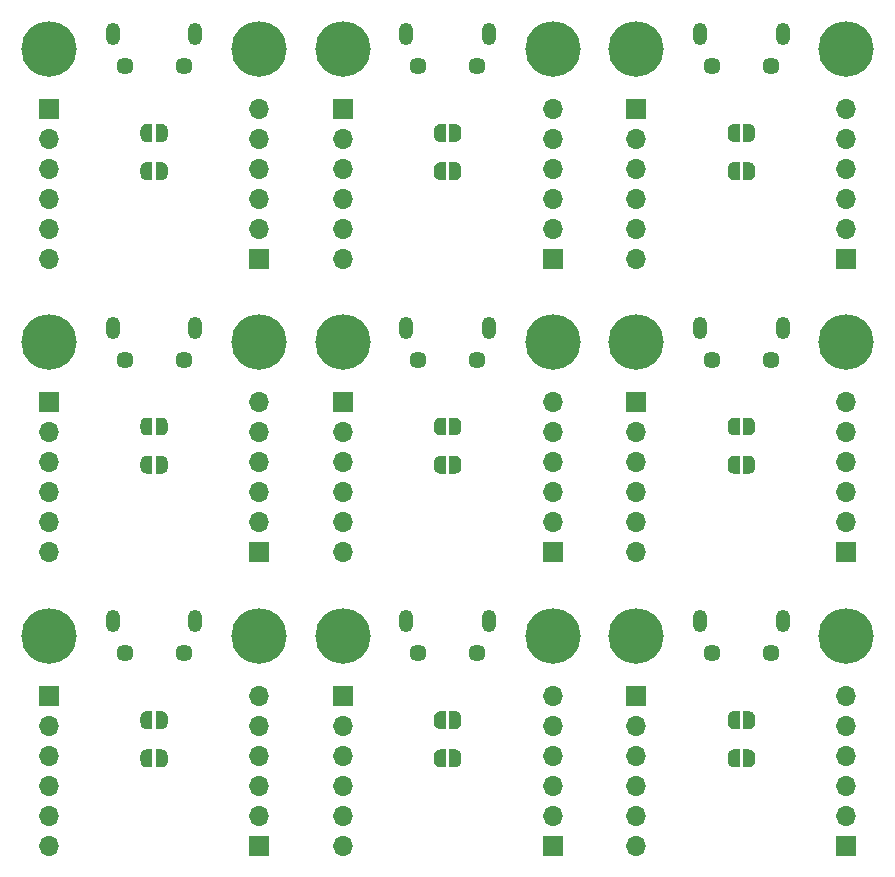
<source format=gbr>
G04 #@! TF.GenerationSoftware,KiCad,Pcbnew,5.1.5+dfsg1-2build2*
G04 #@! TF.CreationDate,2021-09-30T13:46:44+00:00*
G04 #@! TF.ProjectId,mcp2221a-breakout-panel,6d637032-3232-4316-912d-627265616b6f,rev?*
G04 #@! TF.SameCoordinates,Original*
G04 #@! TF.FileFunction,Soldermask,Bot*
G04 #@! TF.FilePolarity,Negative*
%FSLAX46Y46*%
G04 Gerber Fmt 4.6, Leading zero omitted, Abs format (unit mm)*
G04 Created by KiCad (PCBNEW 5.1.5+dfsg1-2build2) date 2021-09-30 13:46:44*
%MOMM*%
%LPD*%
G04 APERTURE LIST*
%ADD10C,1.450000*%
%ADD11O,1.200000X1.900000*%
%ADD12C,0.350000*%
%ADD13R,1.700000X1.700000*%
%ADD14O,1.700000X1.700000*%
%ADD15C,4.700000*%
G04 APERTURE END LIST*
D10*
G04 #@! TO.C,J1*
X102220012Y-92292515D03*
X97220012Y-92292515D03*
D11*
X103220012Y-89592515D03*
X96220012Y-89592515D03*
G04 #@! TD*
D12*
G04 #@! TO.C,JP1*
G36*
X99870012Y-97192015D02*
G01*
X100370012Y-97192015D01*
X100370012Y-97192617D01*
X100394546Y-97192617D01*
X100443377Y-97197427D01*
X100491502Y-97206999D01*
X100538457Y-97221243D01*
X100583790Y-97240020D01*
X100627063Y-97263151D01*
X100667862Y-97290411D01*
X100705791Y-97321539D01*
X100740488Y-97356236D01*
X100771616Y-97394165D01*
X100798876Y-97434964D01*
X100822007Y-97478237D01*
X100840784Y-97523570D01*
X100855028Y-97570525D01*
X100864600Y-97618650D01*
X100869410Y-97667481D01*
X100869410Y-97692015D01*
X100870012Y-97692015D01*
X100870012Y-98192015D01*
X100869410Y-98192015D01*
X100869410Y-98216549D01*
X100864600Y-98265380D01*
X100855028Y-98313505D01*
X100840784Y-98360460D01*
X100822007Y-98405793D01*
X100798876Y-98449066D01*
X100771616Y-98489865D01*
X100740488Y-98527794D01*
X100705791Y-98562491D01*
X100667862Y-98593619D01*
X100627063Y-98620879D01*
X100583790Y-98644010D01*
X100538457Y-98662787D01*
X100491502Y-98677031D01*
X100443377Y-98686603D01*
X100394546Y-98691413D01*
X100370012Y-98691413D01*
X100370012Y-98692015D01*
X99870012Y-98692015D01*
X99870012Y-97192015D01*
G37*
G36*
X99070012Y-98691413D02*
G01*
X99045478Y-98691413D01*
X98996647Y-98686603D01*
X98948522Y-98677031D01*
X98901567Y-98662787D01*
X98856234Y-98644010D01*
X98812961Y-98620879D01*
X98772162Y-98593619D01*
X98734233Y-98562491D01*
X98699536Y-98527794D01*
X98668408Y-98489865D01*
X98641148Y-98449066D01*
X98618017Y-98405793D01*
X98599240Y-98360460D01*
X98584996Y-98313505D01*
X98575424Y-98265380D01*
X98570614Y-98216549D01*
X98570614Y-98192015D01*
X98570012Y-98192015D01*
X98570012Y-97692015D01*
X98570614Y-97692015D01*
X98570614Y-97667481D01*
X98575424Y-97618650D01*
X98584996Y-97570525D01*
X98599240Y-97523570D01*
X98618017Y-97478237D01*
X98641148Y-97434964D01*
X98668408Y-97394165D01*
X98699536Y-97356236D01*
X98734233Y-97321539D01*
X98772162Y-97290411D01*
X98812961Y-97263151D01*
X98856234Y-97240020D01*
X98901567Y-97221243D01*
X98948522Y-97206999D01*
X98996647Y-97197427D01*
X99045478Y-97192617D01*
X99070012Y-97192617D01*
X99070012Y-97192015D01*
X99570012Y-97192015D01*
X99570012Y-98692015D01*
X99070012Y-98692015D01*
X99070012Y-98691413D01*
G37*
G04 #@! TD*
G04 #@! TO.C,JP2*
G36*
X100370012Y-100431117D02*
G01*
X100394546Y-100431117D01*
X100443377Y-100435927D01*
X100491502Y-100445499D01*
X100538457Y-100459743D01*
X100583790Y-100478520D01*
X100627063Y-100501651D01*
X100667862Y-100528911D01*
X100705791Y-100560039D01*
X100740488Y-100594736D01*
X100771616Y-100632665D01*
X100798876Y-100673464D01*
X100822007Y-100716737D01*
X100840784Y-100762070D01*
X100855028Y-100809025D01*
X100864600Y-100857150D01*
X100869410Y-100905981D01*
X100869410Y-100930515D01*
X100870012Y-100930515D01*
X100870012Y-101430515D01*
X100869410Y-101430515D01*
X100869410Y-101455049D01*
X100864600Y-101503880D01*
X100855028Y-101552005D01*
X100840784Y-101598960D01*
X100822007Y-101644293D01*
X100798876Y-101687566D01*
X100771616Y-101728365D01*
X100740488Y-101766294D01*
X100705791Y-101800991D01*
X100667862Y-101832119D01*
X100627063Y-101859379D01*
X100583790Y-101882510D01*
X100538457Y-101901287D01*
X100491502Y-101915531D01*
X100443377Y-101925103D01*
X100394546Y-101929913D01*
X100370012Y-101929913D01*
X100370012Y-101930515D01*
X99870012Y-101930515D01*
X99870012Y-100430515D01*
X100370012Y-100430515D01*
X100370012Y-100431117D01*
G37*
G36*
X99570012Y-101930515D02*
G01*
X99070012Y-101930515D01*
X99070012Y-101929913D01*
X99045478Y-101929913D01*
X98996647Y-101925103D01*
X98948522Y-101915531D01*
X98901567Y-101901287D01*
X98856234Y-101882510D01*
X98812961Y-101859379D01*
X98772162Y-101832119D01*
X98734233Y-101800991D01*
X98699536Y-101766294D01*
X98668408Y-101728365D01*
X98641148Y-101687566D01*
X98618017Y-101644293D01*
X98599240Y-101598960D01*
X98584996Y-101552005D01*
X98575424Y-101503880D01*
X98570614Y-101455049D01*
X98570614Y-101430515D01*
X98570012Y-101430515D01*
X98570012Y-100930515D01*
X98570614Y-100930515D01*
X98570614Y-100905981D01*
X98575424Y-100857150D01*
X98584996Y-100809025D01*
X98599240Y-100762070D01*
X98618017Y-100716737D01*
X98641148Y-100673464D01*
X98668408Y-100632665D01*
X98699536Y-100594736D01*
X98734233Y-100560039D01*
X98772162Y-100528911D01*
X98812961Y-100501651D01*
X98856234Y-100478520D01*
X98901567Y-100459743D01*
X98948522Y-100445499D01*
X98996647Y-100435927D01*
X99045478Y-100431117D01*
X99070012Y-100431117D01*
X99070012Y-100430515D01*
X99570012Y-100430515D01*
X99570012Y-101930515D01*
G37*
G04 #@! TD*
D13*
G04 #@! TO.C,J3*
X108610012Y-108610015D03*
D14*
X108610012Y-106070015D03*
X108610012Y-103530015D03*
X108610012Y-100990015D03*
X108610012Y-98450015D03*
X108610012Y-95910015D03*
G04 #@! TD*
D15*
G04 #@! TO.C,H1*
X90830012Y-90830015D03*
G04 #@! TD*
D13*
G04 #@! TO.C,J2*
X90830012Y-95910015D03*
D14*
X90830012Y-98450015D03*
X90830012Y-100990015D03*
X90830012Y-103530015D03*
X90830012Y-106070015D03*
X90830012Y-108610015D03*
G04 #@! TD*
D15*
G04 #@! TO.C,H2*
X108610012Y-90830015D03*
G04 #@! TD*
D10*
G04 #@! TO.C,J1*
X77360005Y-92292515D03*
X72360005Y-92292515D03*
D11*
X78360005Y-89592515D03*
X71360005Y-89592515D03*
G04 #@! TD*
D12*
G04 #@! TO.C,JP1*
G36*
X75010005Y-97192015D02*
G01*
X75510005Y-97192015D01*
X75510005Y-97192617D01*
X75534539Y-97192617D01*
X75583370Y-97197427D01*
X75631495Y-97206999D01*
X75678450Y-97221243D01*
X75723783Y-97240020D01*
X75767056Y-97263151D01*
X75807855Y-97290411D01*
X75845784Y-97321539D01*
X75880481Y-97356236D01*
X75911609Y-97394165D01*
X75938869Y-97434964D01*
X75962000Y-97478237D01*
X75980777Y-97523570D01*
X75995021Y-97570525D01*
X76004593Y-97618650D01*
X76009403Y-97667481D01*
X76009403Y-97692015D01*
X76010005Y-97692015D01*
X76010005Y-98192015D01*
X76009403Y-98192015D01*
X76009403Y-98216549D01*
X76004593Y-98265380D01*
X75995021Y-98313505D01*
X75980777Y-98360460D01*
X75962000Y-98405793D01*
X75938869Y-98449066D01*
X75911609Y-98489865D01*
X75880481Y-98527794D01*
X75845784Y-98562491D01*
X75807855Y-98593619D01*
X75767056Y-98620879D01*
X75723783Y-98644010D01*
X75678450Y-98662787D01*
X75631495Y-98677031D01*
X75583370Y-98686603D01*
X75534539Y-98691413D01*
X75510005Y-98691413D01*
X75510005Y-98692015D01*
X75010005Y-98692015D01*
X75010005Y-97192015D01*
G37*
G36*
X74210005Y-98691413D02*
G01*
X74185471Y-98691413D01*
X74136640Y-98686603D01*
X74088515Y-98677031D01*
X74041560Y-98662787D01*
X73996227Y-98644010D01*
X73952954Y-98620879D01*
X73912155Y-98593619D01*
X73874226Y-98562491D01*
X73839529Y-98527794D01*
X73808401Y-98489865D01*
X73781141Y-98449066D01*
X73758010Y-98405793D01*
X73739233Y-98360460D01*
X73724989Y-98313505D01*
X73715417Y-98265380D01*
X73710607Y-98216549D01*
X73710607Y-98192015D01*
X73710005Y-98192015D01*
X73710005Y-97692015D01*
X73710607Y-97692015D01*
X73710607Y-97667481D01*
X73715417Y-97618650D01*
X73724989Y-97570525D01*
X73739233Y-97523570D01*
X73758010Y-97478237D01*
X73781141Y-97434964D01*
X73808401Y-97394165D01*
X73839529Y-97356236D01*
X73874226Y-97321539D01*
X73912155Y-97290411D01*
X73952954Y-97263151D01*
X73996227Y-97240020D01*
X74041560Y-97221243D01*
X74088515Y-97206999D01*
X74136640Y-97197427D01*
X74185471Y-97192617D01*
X74210005Y-97192617D01*
X74210005Y-97192015D01*
X74710005Y-97192015D01*
X74710005Y-98692015D01*
X74210005Y-98692015D01*
X74210005Y-98691413D01*
G37*
G04 #@! TD*
G04 #@! TO.C,JP2*
G36*
X75510005Y-100431117D02*
G01*
X75534539Y-100431117D01*
X75583370Y-100435927D01*
X75631495Y-100445499D01*
X75678450Y-100459743D01*
X75723783Y-100478520D01*
X75767056Y-100501651D01*
X75807855Y-100528911D01*
X75845784Y-100560039D01*
X75880481Y-100594736D01*
X75911609Y-100632665D01*
X75938869Y-100673464D01*
X75962000Y-100716737D01*
X75980777Y-100762070D01*
X75995021Y-100809025D01*
X76004593Y-100857150D01*
X76009403Y-100905981D01*
X76009403Y-100930515D01*
X76010005Y-100930515D01*
X76010005Y-101430515D01*
X76009403Y-101430515D01*
X76009403Y-101455049D01*
X76004593Y-101503880D01*
X75995021Y-101552005D01*
X75980777Y-101598960D01*
X75962000Y-101644293D01*
X75938869Y-101687566D01*
X75911609Y-101728365D01*
X75880481Y-101766294D01*
X75845784Y-101800991D01*
X75807855Y-101832119D01*
X75767056Y-101859379D01*
X75723783Y-101882510D01*
X75678450Y-101901287D01*
X75631495Y-101915531D01*
X75583370Y-101925103D01*
X75534539Y-101929913D01*
X75510005Y-101929913D01*
X75510005Y-101930515D01*
X75010005Y-101930515D01*
X75010005Y-100430515D01*
X75510005Y-100430515D01*
X75510005Y-100431117D01*
G37*
G36*
X74710005Y-101930515D02*
G01*
X74210005Y-101930515D01*
X74210005Y-101929913D01*
X74185471Y-101929913D01*
X74136640Y-101925103D01*
X74088515Y-101915531D01*
X74041560Y-101901287D01*
X73996227Y-101882510D01*
X73952954Y-101859379D01*
X73912155Y-101832119D01*
X73874226Y-101800991D01*
X73839529Y-101766294D01*
X73808401Y-101728365D01*
X73781141Y-101687566D01*
X73758010Y-101644293D01*
X73739233Y-101598960D01*
X73724989Y-101552005D01*
X73715417Y-101503880D01*
X73710607Y-101455049D01*
X73710607Y-101430515D01*
X73710005Y-101430515D01*
X73710005Y-100930515D01*
X73710607Y-100930515D01*
X73710607Y-100905981D01*
X73715417Y-100857150D01*
X73724989Y-100809025D01*
X73739233Y-100762070D01*
X73758010Y-100716737D01*
X73781141Y-100673464D01*
X73808401Y-100632665D01*
X73839529Y-100594736D01*
X73874226Y-100560039D01*
X73912155Y-100528911D01*
X73952954Y-100501651D01*
X73996227Y-100478520D01*
X74041560Y-100459743D01*
X74088515Y-100445499D01*
X74136640Y-100435927D01*
X74185471Y-100431117D01*
X74210005Y-100431117D01*
X74210005Y-100430515D01*
X74710005Y-100430515D01*
X74710005Y-101930515D01*
G37*
G04 #@! TD*
D13*
G04 #@! TO.C,J3*
X83750005Y-108610015D03*
D14*
X83750005Y-106070015D03*
X83750005Y-103530015D03*
X83750005Y-100990015D03*
X83750005Y-98450015D03*
X83750005Y-95910015D03*
G04 #@! TD*
D15*
G04 #@! TO.C,H1*
X65970005Y-90830015D03*
G04 #@! TD*
D13*
G04 #@! TO.C,J2*
X65970005Y-95910015D03*
D14*
X65970005Y-98450015D03*
X65970005Y-100990015D03*
X65970005Y-103530015D03*
X65970005Y-106070015D03*
X65970005Y-108610015D03*
G04 #@! TD*
D15*
G04 #@! TO.C,H2*
X83750005Y-90830015D03*
G04 #@! TD*
D10*
G04 #@! TO.C,J1*
X52499998Y-92292515D03*
X47499998Y-92292515D03*
D11*
X53499998Y-89592515D03*
X46499998Y-89592515D03*
G04 #@! TD*
D12*
G04 #@! TO.C,JP1*
G36*
X50149998Y-97192015D02*
G01*
X50649998Y-97192015D01*
X50649998Y-97192617D01*
X50674532Y-97192617D01*
X50723363Y-97197427D01*
X50771488Y-97206999D01*
X50818443Y-97221243D01*
X50863776Y-97240020D01*
X50907049Y-97263151D01*
X50947848Y-97290411D01*
X50985777Y-97321539D01*
X51020474Y-97356236D01*
X51051602Y-97394165D01*
X51078862Y-97434964D01*
X51101993Y-97478237D01*
X51120770Y-97523570D01*
X51135014Y-97570525D01*
X51144586Y-97618650D01*
X51149396Y-97667481D01*
X51149396Y-97692015D01*
X51149998Y-97692015D01*
X51149998Y-98192015D01*
X51149396Y-98192015D01*
X51149396Y-98216549D01*
X51144586Y-98265380D01*
X51135014Y-98313505D01*
X51120770Y-98360460D01*
X51101993Y-98405793D01*
X51078862Y-98449066D01*
X51051602Y-98489865D01*
X51020474Y-98527794D01*
X50985777Y-98562491D01*
X50947848Y-98593619D01*
X50907049Y-98620879D01*
X50863776Y-98644010D01*
X50818443Y-98662787D01*
X50771488Y-98677031D01*
X50723363Y-98686603D01*
X50674532Y-98691413D01*
X50649998Y-98691413D01*
X50649998Y-98692015D01*
X50149998Y-98692015D01*
X50149998Y-97192015D01*
G37*
G36*
X49349998Y-98691413D02*
G01*
X49325464Y-98691413D01*
X49276633Y-98686603D01*
X49228508Y-98677031D01*
X49181553Y-98662787D01*
X49136220Y-98644010D01*
X49092947Y-98620879D01*
X49052148Y-98593619D01*
X49014219Y-98562491D01*
X48979522Y-98527794D01*
X48948394Y-98489865D01*
X48921134Y-98449066D01*
X48898003Y-98405793D01*
X48879226Y-98360460D01*
X48864982Y-98313505D01*
X48855410Y-98265380D01*
X48850600Y-98216549D01*
X48850600Y-98192015D01*
X48849998Y-98192015D01*
X48849998Y-97692015D01*
X48850600Y-97692015D01*
X48850600Y-97667481D01*
X48855410Y-97618650D01*
X48864982Y-97570525D01*
X48879226Y-97523570D01*
X48898003Y-97478237D01*
X48921134Y-97434964D01*
X48948394Y-97394165D01*
X48979522Y-97356236D01*
X49014219Y-97321539D01*
X49052148Y-97290411D01*
X49092947Y-97263151D01*
X49136220Y-97240020D01*
X49181553Y-97221243D01*
X49228508Y-97206999D01*
X49276633Y-97197427D01*
X49325464Y-97192617D01*
X49349998Y-97192617D01*
X49349998Y-97192015D01*
X49849998Y-97192015D01*
X49849998Y-98692015D01*
X49349998Y-98692015D01*
X49349998Y-98691413D01*
G37*
G04 #@! TD*
G04 #@! TO.C,JP2*
G36*
X50649998Y-100431117D02*
G01*
X50674532Y-100431117D01*
X50723363Y-100435927D01*
X50771488Y-100445499D01*
X50818443Y-100459743D01*
X50863776Y-100478520D01*
X50907049Y-100501651D01*
X50947848Y-100528911D01*
X50985777Y-100560039D01*
X51020474Y-100594736D01*
X51051602Y-100632665D01*
X51078862Y-100673464D01*
X51101993Y-100716737D01*
X51120770Y-100762070D01*
X51135014Y-100809025D01*
X51144586Y-100857150D01*
X51149396Y-100905981D01*
X51149396Y-100930515D01*
X51149998Y-100930515D01*
X51149998Y-101430515D01*
X51149396Y-101430515D01*
X51149396Y-101455049D01*
X51144586Y-101503880D01*
X51135014Y-101552005D01*
X51120770Y-101598960D01*
X51101993Y-101644293D01*
X51078862Y-101687566D01*
X51051602Y-101728365D01*
X51020474Y-101766294D01*
X50985777Y-101800991D01*
X50947848Y-101832119D01*
X50907049Y-101859379D01*
X50863776Y-101882510D01*
X50818443Y-101901287D01*
X50771488Y-101915531D01*
X50723363Y-101925103D01*
X50674532Y-101929913D01*
X50649998Y-101929913D01*
X50649998Y-101930515D01*
X50149998Y-101930515D01*
X50149998Y-100430515D01*
X50649998Y-100430515D01*
X50649998Y-100431117D01*
G37*
G36*
X49849998Y-101930515D02*
G01*
X49349998Y-101930515D01*
X49349998Y-101929913D01*
X49325464Y-101929913D01*
X49276633Y-101925103D01*
X49228508Y-101915531D01*
X49181553Y-101901287D01*
X49136220Y-101882510D01*
X49092947Y-101859379D01*
X49052148Y-101832119D01*
X49014219Y-101800991D01*
X48979522Y-101766294D01*
X48948394Y-101728365D01*
X48921134Y-101687566D01*
X48898003Y-101644293D01*
X48879226Y-101598960D01*
X48864982Y-101552005D01*
X48855410Y-101503880D01*
X48850600Y-101455049D01*
X48850600Y-101430515D01*
X48849998Y-101430515D01*
X48849998Y-100930515D01*
X48850600Y-100930515D01*
X48850600Y-100905981D01*
X48855410Y-100857150D01*
X48864982Y-100809025D01*
X48879226Y-100762070D01*
X48898003Y-100716737D01*
X48921134Y-100673464D01*
X48948394Y-100632665D01*
X48979522Y-100594736D01*
X49014219Y-100560039D01*
X49052148Y-100528911D01*
X49092947Y-100501651D01*
X49136220Y-100478520D01*
X49181553Y-100459743D01*
X49228508Y-100445499D01*
X49276633Y-100435927D01*
X49325464Y-100431117D01*
X49349998Y-100431117D01*
X49349998Y-100430515D01*
X49849998Y-100430515D01*
X49849998Y-101930515D01*
G37*
G04 #@! TD*
D13*
G04 #@! TO.C,J3*
X58889998Y-108610015D03*
D14*
X58889998Y-106070015D03*
X58889998Y-103530015D03*
X58889998Y-100990015D03*
X58889998Y-98450015D03*
X58889998Y-95910015D03*
G04 #@! TD*
D15*
G04 #@! TO.C,H1*
X41109998Y-90830015D03*
G04 #@! TD*
D13*
G04 #@! TO.C,J2*
X41109998Y-95910015D03*
D14*
X41109998Y-98450015D03*
X41109998Y-100990015D03*
X41109998Y-103530015D03*
X41109998Y-106070015D03*
X41109998Y-108610015D03*
G04 #@! TD*
D15*
G04 #@! TO.C,H2*
X58889998Y-90830015D03*
G04 #@! TD*
D10*
G04 #@! TO.C,J1*
X102220012Y-67432506D03*
X97220012Y-67432506D03*
D11*
X103220012Y-64732506D03*
X96220012Y-64732506D03*
G04 #@! TD*
D12*
G04 #@! TO.C,JP1*
G36*
X99870012Y-72332006D02*
G01*
X100370012Y-72332006D01*
X100370012Y-72332608D01*
X100394546Y-72332608D01*
X100443377Y-72337418D01*
X100491502Y-72346990D01*
X100538457Y-72361234D01*
X100583790Y-72380011D01*
X100627063Y-72403142D01*
X100667862Y-72430402D01*
X100705791Y-72461530D01*
X100740488Y-72496227D01*
X100771616Y-72534156D01*
X100798876Y-72574955D01*
X100822007Y-72618228D01*
X100840784Y-72663561D01*
X100855028Y-72710516D01*
X100864600Y-72758641D01*
X100869410Y-72807472D01*
X100869410Y-72832006D01*
X100870012Y-72832006D01*
X100870012Y-73332006D01*
X100869410Y-73332006D01*
X100869410Y-73356540D01*
X100864600Y-73405371D01*
X100855028Y-73453496D01*
X100840784Y-73500451D01*
X100822007Y-73545784D01*
X100798876Y-73589057D01*
X100771616Y-73629856D01*
X100740488Y-73667785D01*
X100705791Y-73702482D01*
X100667862Y-73733610D01*
X100627063Y-73760870D01*
X100583790Y-73784001D01*
X100538457Y-73802778D01*
X100491502Y-73817022D01*
X100443377Y-73826594D01*
X100394546Y-73831404D01*
X100370012Y-73831404D01*
X100370012Y-73832006D01*
X99870012Y-73832006D01*
X99870012Y-72332006D01*
G37*
G36*
X99070012Y-73831404D02*
G01*
X99045478Y-73831404D01*
X98996647Y-73826594D01*
X98948522Y-73817022D01*
X98901567Y-73802778D01*
X98856234Y-73784001D01*
X98812961Y-73760870D01*
X98772162Y-73733610D01*
X98734233Y-73702482D01*
X98699536Y-73667785D01*
X98668408Y-73629856D01*
X98641148Y-73589057D01*
X98618017Y-73545784D01*
X98599240Y-73500451D01*
X98584996Y-73453496D01*
X98575424Y-73405371D01*
X98570614Y-73356540D01*
X98570614Y-73332006D01*
X98570012Y-73332006D01*
X98570012Y-72832006D01*
X98570614Y-72832006D01*
X98570614Y-72807472D01*
X98575424Y-72758641D01*
X98584996Y-72710516D01*
X98599240Y-72663561D01*
X98618017Y-72618228D01*
X98641148Y-72574955D01*
X98668408Y-72534156D01*
X98699536Y-72496227D01*
X98734233Y-72461530D01*
X98772162Y-72430402D01*
X98812961Y-72403142D01*
X98856234Y-72380011D01*
X98901567Y-72361234D01*
X98948522Y-72346990D01*
X98996647Y-72337418D01*
X99045478Y-72332608D01*
X99070012Y-72332608D01*
X99070012Y-72332006D01*
X99570012Y-72332006D01*
X99570012Y-73832006D01*
X99070012Y-73832006D01*
X99070012Y-73831404D01*
G37*
G04 #@! TD*
G04 #@! TO.C,JP2*
G36*
X100370012Y-75571108D02*
G01*
X100394546Y-75571108D01*
X100443377Y-75575918D01*
X100491502Y-75585490D01*
X100538457Y-75599734D01*
X100583790Y-75618511D01*
X100627063Y-75641642D01*
X100667862Y-75668902D01*
X100705791Y-75700030D01*
X100740488Y-75734727D01*
X100771616Y-75772656D01*
X100798876Y-75813455D01*
X100822007Y-75856728D01*
X100840784Y-75902061D01*
X100855028Y-75949016D01*
X100864600Y-75997141D01*
X100869410Y-76045972D01*
X100869410Y-76070506D01*
X100870012Y-76070506D01*
X100870012Y-76570506D01*
X100869410Y-76570506D01*
X100869410Y-76595040D01*
X100864600Y-76643871D01*
X100855028Y-76691996D01*
X100840784Y-76738951D01*
X100822007Y-76784284D01*
X100798876Y-76827557D01*
X100771616Y-76868356D01*
X100740488Y-76906285D01*
X100705791Y-76940982D01*
X100667862Y-76972110D01*
X100627063Y-76999370D01*
X100583790Y-77022501D01*
X100538457Y-77041278D01*
X100491502Y-77055522D01*
X100443377Y-77065094D01*
X100394546Y-77069904D01*
X100370012Y-77069904D01*
X100370012Y-77070506D01*
X99870012Y-77070506D01*
X99870012Y-75570506D01*
X100370012Y-75570506D01*
X100370012Y-75571108D01*
G37*
G36*
X99570012Y-77070506D02*
G01*
X99070012Y-77070506D01*
X99070012Y-77069904D01*
X99045478Y-77069904D01*
X98996647Y-77065094D01*
X98948522Y-77055522D01*
X98901567Y-77041278D01*
X98856234Y-77022501D01*
X98812961Y-76999370D01*
X98772162Y-76972110D01*
X98734233Y-76940982D01*
X98699536Y-76906285D01*
X98668408Y-76868356D01*
X98641148Y-76827557D01*
X98618017Y-76784284D01*
X98599240Y-76738951D01*
X98584996Y-76691996D01*
X98575424Y-76643871D01*
X98570614Y-76595040D01*
X98570614Y-76570506D01*
X98570012Y-76570506D01*
X98570012Y-76070506D01*
X98570614Y-76070506D01*
X98570614Y-76045972D01*
X98575424Y-75997141D01*
X98584996Y-75949016D01*
X98599240Y-75902061D01*
X98618017Y-75856728D01*
X98641148Y-75813455D01*
X98668408Y-75772656D01*
X98699536Y-75734727D01*
X98734233Y-75700030D01*
X98772162Y-75668902D01*
X98812961Y-75641642D01*
X98856234Y-75618511D01*
X98901567Y-75599734D01*
X98948522Y-75585490D01*
X98996647Y-75575918D01*
X99045478Y-75571108D01*
X99070012Y-75571108D01*
X99070012Y-75570506D01*
X99570012Y-75570506D01*
X99570012Y-77070506D01*
G37*
G04 #@! TD*
D13*
G04 #@! TO.C,J3*
X108610012Y-83750006D03*
D14*
X108610012Y-81210006D03*
X108610012Y-78670006D03*
X108610012Y-76130006D03*
X108610012Y-73590006D03*
X108610012Y-71050006D03*
G04 #@! TD*
D15*
G04 #@! TO.C,H1*
X90830012Y-65970006D03*
G04 #@! TD*
D13*
G04 #@! TO.C,J2*
X90830012Y-71050006D03*
D14*
X90830012Y-73590006D03*
X90830012Y-76130006D03*
X90830012Y-78670006D03*
X90830012Y-81210006D03*
X90830012Y-83750006D03*
G04 #@! TD*
D15*
G04 #@! TO.C,H2*
X108610012Y-65970006D03*
G04 #@! TD*
D10*
G04 #@! TO.C,J1*
X77360005Y-67432506D03*
X72360005Y-67432506D03*
D11*
X78360005Y-64732506D03*
X71360005Y-64732506D03*
G04 #@! TD*
D12*
G04 #@! TO.C,JP1*
G36*
X75010005Y-72332006D02*
G01*
X75510005Y-72332006D01*
X75510005Y-72332608D01*
X75534539Y-72332608D01*
X75583370Y-72337418D01*
X75631495Y-72346990D01*
X75678450Y-72361234D01*
X75723783Y-72380011D01*
X75767056Y-72403142D01*
X75807855Y-72430402D01*
X75845784Y-72461530D01*
X75880481Y-72496227D01*
X75911609Y-72534156D01*
X75938869Y-72574955D01*
X75962000Y-72618228D01*
X75980777Y-72663561D01*
X75995021Y-72710516D01*
X76004593Y-72758641D01*
X76009403Y-72807472D01*
X76009403Y-72832006D01*
X76010005Y-72832006D01*
X76010005Y-73332006D01*
X76009403Y-73332006D01*
X76009403Y-73356540D01*
X76004593Y-73405371D01*
X75995021Y-73453496D01*
X75980777Y-73500451D01*
X75962000Y-73545784D01*
X75938869Y-73589057D01*
X75911609Y-73629856D01*
X75880481Y-73667785D01*
X75845784Y-73702482D01*
X75807855Y-73733610D01*
X75767056Y-73760870D01*
X75723783Y-73784001D01*
X75678450Y-73802778D01*
X75631495Y-73817022D01*
X75583370Y-73826594D01*
X75534539Y-73831404D01*
X75510005Y-73831404D01*
X75510005Y-73832006D01*
X75010005Y-73832006D01*
X75010005Y-72332006D01*
G37*
G36*
X74210005Y-73831404D02*
G01*
X74185471Y-73831404D01*
X74136640Y-73826594D01*
X74088515Y-73817022D01*
X74041560Y-73802778D01*
X73996227Y-73784001D01*
X73952954Y-73760870D01*
X73912155Y-73733610D01*
X73874226Y-73702482D01*
X73839529Y-73667785D01*
X73808401Y-73629856D01*
X73781141Y-73589057D01*
X73758010Y-73545784D01*
X73739233Y-73500451D01*
X73724989Y-73453496D01*
X73715417Y-73405371D01*
X73710607Y-73356540D01*
X73710607Y-73332006D01*
X73710005Y-73332006D01*
X73710005Y-72832006D01*
X73710607Y-72832006D01*
X73710607Y-72807472D01*
X73715417Y-72758641D01*
X73724989Y-72710516D01*
X73739233Y-72663561D01*
X73758010Y-72618228D01*
X73781141Y-72574955D01*
X73808401Y-72534156D01*
X73839529Y-72496227D01*
X73874226Y-72461530D01*
X73912155Y-72430402D01*
X73952954Y-72403142D01*
X73996227Y-72380011D01*
X74041560Y-72361234D01*
X74088515Y-72346990D01*
X74136640Y-72337418D01*
X74185471Y-72332608D01*
X74210005Y-72332608D01*
X74210005Y-72332006D01*
X74710005Y-72332006D01*
X74710005Y-73832006D01*
X74210005Y-73832006D01*
X74210005Y-73831404D01*
G37*
G04 #@! TD*
G04 #@! TO.C,JP2*
G36*
X75510005Y-75571108D02*
G01*
X75534539Y-75571108D01*
X75583370Y-75575918D01*
X75631495Y-75585490D01*
X75678450Y-75599734D01*
X75723783Y-75618511D01*
X75767056Y-75641642D01*
X75807855Y-75668902D01*
X75845784Y-75700030D01*
X75880481Y-75734727D01*
X75911609Y-75772656D01*
X75938869Y-75813455D01*
X75962000Y-75856728D01*
X75980777Y-75902061D01*
X75995021Y-75949016D01*
X76004593Y-75997141D01*
X76009403Y-76045972D01*
X76009403Y-76070506D01*
X76010005Y-76070506D01*
X76010005Y-76570506D01*
X76009403Y-76570506D01*
X76009403Y-76595040D01*
X76004593Y-76643871D01*
X75995021Y-76691996D01*
X75980777Y-76738951D01*
X75962000Y-76784284D01*
X75938869Y-76827557D01*
X75911609Y-76868356D01*
X75880481Y-76906285D01*
X75845784Y-76940982D01*
X75807855Y-76972110D01*
X75767056Y-76999370D01*
X75723783Y-77022501D01*
X75678450Y-77041278D01*
X75631495Y-77055522D01*
X75583370Y-77065094D01*
X75534539Y-77069904D01*
X75510005Y-77069904D01*
X75510005Y-77070506D01*
X75010005Y-77070506D01*
X75010005Y-75570506D01*
X75510005Y-75570506D01*
X75510005Y-75571108D01*
G37*
G36*
X74710005Y-77070506D02*
G01*
X74210005Y-77070506D01*
X74210005Y-77069904D01*
X74185471Y-77069904D01*
X74136640Y-77065094D01*
X74088515Y-77055522D01*
X74041560Y-77041278D01*
X73996227Y-77022501D01*
X73952954Y-76999370D01*
X73912155Y-76972110D01*
X73874226Y-76940982D01*
X73839529Y-76906285D01*
X73808401Y-76868356D01*
X73781141Y-76827557D01*
X73758010Y-76784284D01*
X73739233Y-76738951D01*
X73724989Y-76691996D01*
X73715417Y-76643871D01*
X73710607Y-76595040D01*
X73710607Y-76570506D01*
X73710005Y-76570506D01*
X73710005Y-76070506D01*
X73710607Y-76070506D01*
X73710607Y-76045972D01*
X73715417Y-75997141D01*
X73724989Y-75949016D01*
X73739233Y-75902061D01*
X73758010Y-75856728D01*
X73781141Y-75813455D01*
X73808401Y-75772656D01*
X73839529Y-75734727D01*
X73874226Y-75700030D01*
X73912155Y-75668902D01*
X73952954Y-75641642D01*
X73996227Y-75618511D01*
X74041560Y-75599734D01*
X74088515Y-75585490D01*
X74136640Y-75575918D01*
X74185471Y-75571108D01*
X74210005Y-75571108D01*
X74210005Y-75570506D01*
X74710005Y-75570506D01*
X74710005Y-77070506D01*
G37*
G04 #@! TD*
D13*
G04 #@! TO.C,J3*
X83750005Y-83750006D03*
D14*
X83750005Y-81210006D03*
X83750005Y-78670006D03*
X83750005Y-76130006D03*
X83750005Y-73590006D03*
X83750005Y-71050006D03*
G04 #@! TD*
D15*
G04 #@! TO.C,H1*
X65970005Y-65970006D03*
G04 #@! TD*
D13*
G04 #@! TO.C,J2*
X65970005Y-71050006D03*
D14*
X65970005Y-73590006D03*
X65970005Y-76130006D03*
X65970005Y-78670006D03*
X65970005Y-81210006D03*
X65970005Y-83750006D03*
G04 #@! TD*
D15*
G04 #@! TO.C,H2*
X83750005Y-65970006D03*
G04 #@! TD*
D10*
G04 #@! TO.C,J1*
X52499998Y-67432506D03*
X47499998Y-67432506D03*
D11*
X53499998Y-64732506D03*
X46499998Y-64732506D03*
G04 #@! TD*
D12*
G04 #@! TO.C,JP1*
G36*
X50149998Y-72332006D02*
G01*
X50649998Y-72332006D01*
X50649998Y-72332608D01*
X50674532Y-72332608D01*
X50723363Y-72337418D01*
X50771488Y-72346990D01*
X50818443Y-72361234D01*
X50863776Y-72380011D01*
X50907049Y-72403142D01*
X50947848Y-72430402D01*
X50985777Y-72461530D01*
X51020474Y-72496227D01*
X51051602Y-72534156D01*
X51078862Y-72574955D01*
X51101993Y-72618228D01*
X51120770Y-72663561D01*
X51135014Y-72710516D01*
X51144586Y-72758641D01*
X51149396Y-72807472D01*
X51149396Y-72832006D01*
X51149998Y-72832006D01*
X51149998Y-73332006D01*
X51149396Y-73332006D01*
X51149396Y-73356540D01*
X51144586Y-73405371D01*
X51135014Y-73453496D01*
X51120770Y-73500451D01*
X51101993Y-73545784D01*
X51078862Y-73589057D01*
X51051602Y-73629856D01*
X51020474Y-73667785D01*
X50985777Y-73702482D01*
X50947848Y-73733610D01*
X50907049Y-73760870D01*
X50863776Y-73784001D01*
X50818443Y-73802778D01*
X50771488Y-73817022D01*
X50723363Y-73826594D01*
X50674532Y-73831404D01*
X50649998Y-73831404D01*
X50649998Y-73832006D01*
X50149998Y-73832006D01*
X50149998Y-72332006D01*
G37*
G36*
X49349998Y-73831404D02*
G01*
X49325464Y-73831404D01*
X49276633Y-73826594D01*
X49228508Y-73817022D01*
X49181553Y-73802778D01*
X49136220Y-73784001D01*
X49092947Y-73760870D01*
X49052148Y-73733610D01*
X49014219Y-73702482D01*
X48979522Y-73667785D01*
X48948394Y-73629856D01*
X48921134Y-73589057D01*
X48898003Y-73545784D01*
X48879226Y-73500451D01*
X48864982Y-73453496D01*
X48855410Y-73405371D01*
X48850600Y-73356540D01*
X48850600Y-73332006D01*
X48849998Y-73332006D01*
X48849998Y-72832006D01*
X48850600Y-72832006D01*
X48850600Y-72807472D01*
X48855410Y-72758641D01*
X48864982Y-72710516D01*
X48879226Y-72663561D01*
X48898003Y-72618228D01*
X48921134Y-72574955D01*
X48948394Y-72534156D01*
X48979522Y-72496227D01*
X49014219Y-72461530D01*
X49052148Y-72430402D01*
X49092947Y-72403142D01*
X49136220Y-72380011D01*
X49181553Y-72361234D01*
X49228508Y-72346990D01*
X49276633Y-72337418D01*
X49325464Y-72332608D01*
X49349998Y-72332608D01*
X49349998Y-72332006D01*
X49849998Y-72332006D01*
X49849998Y-73832006D01*
X49349998Y-73832006D01*
X49349998Y-73831404D01*
G37*
G04 #@! TD*
G04 #@! TO.C,JP2*
G36*
X50649998Y-75571108D02*
G01*
X50674532Y-75571108D01*
X50723363Y-75575918D01*
X50771488Y-75585490D01*
X50818443Y-75599734D01*
X50863776Y-75618511D01*
X50907049Y-75641642D01*
X50947848Y-75668902D01*
X50985777Y-75700030D01*
X51020474Y-75734727D01*
X51051602Y-75772656D01*
X51078862Y-75813455D01*
X51101993Y-75856728D01*
X51120770Y-75902061D01*
X51135014Y-75949016D01*
X51144586Y-75997141D01*
X51149396Y-76045972D01*
X51149396Y-76070506D01*
X51149998Y-76070506D01*
X51149998Y-76570506D01*
X51149396Y-76570506D01*
X51149396Y-76595040D01*
X51144586Y-76643871D01*
X51135014Y-76691996D01*
X51120770Y-76738951D01*
X51101993Y-76784284D01*
X51078862Y-76827557D01*
X51051602Y-76868356D01*
X51020474Y-76906285D01*
X50985777Y-76940982D01*
X50947848Y-76972110D01*
X50907049Y-76999370D01*
X50863776Y-77022501D01*
X50818443Y-77041278D01*
X50771488Y-77055522D01*
X50723363Y-77065094D01*
X50674532Y-77069904D01*
X50649998Y-77069904D01*
X50649998Y-77070506D01*
X50149998Y-77070506D01*
X50149998Y-75570506D01*
X50649998Y-75570506D01*
X50649998Y-75571108D01*
G37*
G36*
X49849998Y-77070506D02*
G01*
X49349998Y-77070506D01*
X49349998Y-77069904D01*
X49325464Y-77069904D01*
X49276633Y-77065094D01*
X49228508Y-77055522D01*
X49181553Y-77041278D01*
X49136220Y-77022501D01*
X49092947Y-76999370D01*
X49052148Y-76972110D01*
X49014219Y-76940982D01*
X48979522Y-76906285D01*
X48948394Y-76868356D01*
X48921134Y-76827557D01*
X48898003Y-76784284D01*
X48879226Y-76738951D01*
X48864982Y-76691996D01*
X48855410Y-76643871D01*
X48850600Y-76595040D01*
X48850600Y-76570506D01*
X48849998Y-76570506D01*
X48849998Y-76070506D01*
X48850600Y-76070506D01*
X48850600Y-76045972D01*
X48855410Y-75997141D01*
X48864982Y-75949016D01*
X48879226Y-75902061D01*
X48898003Y-75856728D01*
X48921134Y-75813455D01*
X48948394Y-75772656D01*
X48979522Y-75734727D01*
X49014219Y-75700030D01*
X49052148Y-75668902D01*
X49092947Y-75641642D01*
X49136220Y-75618511D01*
X49181553Y-75599734D01*
X49228508Y-75585490D01*
X49276633Y-75575918D01*
X49325464Y-75571108D01*
X49349998Y-75571108D01*
X49349998Y-75570506D01*
X49849998Y-75570506D01*
X49849998Y-77070506D01*
G37*
G04 #@! TD*
D13*
G04 #@! TO.C,J3*
X58889998Y-83750006D03*
D14*
X58889998Y-81210006D03*
X58889998Y-78670006D03*
X58889998Y-76130006D03*
X58889998Y-73590006D03*
X58889998Y-71050006D03*
G04 #@! TD*
D15*
G04 #@! TO.C,H1*
X41109998Y-65970006D03*
G04 #@! TD*
D13*
G04 #@! TO.C,J2*
X41109998Y-71050006D03*
D14*
X41109998Y-73590006D03*
X41109998Y-76130006D03*
X41109998Y-78670006D03*
X41109998Y-81210006D03*
X41109998Y-83750006D03*
G04 #@! TD*
D15*
G04 #@! TO.C,H2*
X58889998Y-65970006D03*
G04 #@! TD*
D10*
G04 #@! TO.C,J1*
X102220012Y-42572497D03*
X97220012Y-42572497D03*
D11*
X103220012Y-39872497D03*
X96220012Y-39872497D03*
G04 #@! TD*
D12*
G04 #@! TO.C,JP1*
G36*
X99870012Y-47471997D02*
G01*
X100370012Y-47471997D01*
X100370012Y-47472599D01*
X100394546Y-47472599D01*
X100443377Y-47477409D01*
X100491502Y-47486981D01*
X100538457Y-47501225D01*
X100583790Y-47520002D01*
X100627063Y-47543133D01*
X100667862Y-47570393D01*
X100705791Y-47601521D01*
X100740488Y-47636218D01*
X100771616Y-47674147D01*
X100798876Y-47714946D01*
X100822007Y-47758219D01*
X100840784Y-47803552D01*
X100855028Y-47850507D01*
X100864600Y-47898632D01*
X100869410Y-47947463D01*
X100869410Y-47971997D01*
X100870012Y-47971997D01*
X100870012Y-48471997D01*
X100869410Y-48471997D01*
X100869410Y-48496531D01*
X100864600Y-48545362D01*
X100855028Y-48593487D01*
X100840784Y-48640442D01*
X100822007Y-48685775D01*
X100798876Y-48729048D01*
X100771616Y-48769847D01*
X100740488Y-48807776D01*
X100705791Y-48842473D01*
X100667862Y-48873601D01*
X100627063Y-48900861D01*
X100583790Y-48923992D01*
X100538457Y-48942769D01*
X100491502Y-48957013D01*
X100443377Y-48966585D01*
X100394546Y-48971395D01*
X100370012Y-48971395D01*
X100370012Y-48971997D01*
X99870012Y-48971997D01*
X99870012Y-47471997D01*
G37*
G36*
X99070012Y-48971395D02*
G01*
X99045478Y-48971395D01*
X98996647Y-48966585D01*
X98948522Y-48957013D01*
X98901567Y-48942769D01*
X98856234Y-48923992D01*
X98812961Y-48900861D01*
X98772162Y-48873601D01*
X98734233Y-48842473D01*
X98699536Y-48807776D01*
X98668408Y-48769847D01*
X98641148Y-48729048D01*
X98618017Y-48685775D01*
X98599240Y-48640442D01*
X98584996Y-48593487D01*
X98575424Y-48545362D01*
X98570614Y-48496531D01*
X98570614Y-48471997D01*
X98570012Y-48471997D01*
X98570012Y-47971997D01*
X98570614Y-47971997D01*
X98570614Y-47947463D01*
X98575424Y-47898632D01*
X98584996Y-47850507D01*
X98599240Y-47803552D01*
X98618017Y-47758219D01*
X98641148Y-47714946D01*
X98668408Y-47674147D01*
X98699536Y-47636218D01*
X98734233Y-47601521D01*
X98772162Y-47570393D01*
X98812961Y-47543133D01*
X98856234Y-47520002D01*
X98901567Y-47501225D01*
X98948522Y-47486981D01*
X98996647Y-47477409D01*
X99045478Y-47472599D01*
X99070012Y-47472599D01*
X99070012Y-47471997D01*
X99570012Y-47471997D01*
X99570012Y-48971997D01*
X99070012Y-48971997D01*
X99070012Y-48971395D01*
G37*
G04 #@! TD*
G04 #@! TO.C,JP2*
G36*
X100370012Y-50711099D02*
G01*
X100394546Y-50711099D01*
X100443377Y-50715909D01*
X100491502Y-50725481D01*
X100538457Y-50739725D01*
X100583790Y-50758502D01*
X100627063Y-50781633D01*
X100667862Y-50808893D01*
X100705791Y-50840021D01*
X100740488Y-50874718D01*
X100771616Y-50912647D01*
X100798876Y-50953446D01*
X100822007Y-50996719D01*
X100840784Y-51042052D01*
X100855028Y-51089007D01*
X100864600Y-51137132D01*
X100869410Y-51185963D01*
X100869410Y-51210497D01*
X100870012Y-51210497D01*
X100870012Y-51710497D01*
X100869410Y-51710497D01*
X100869410Y-51735031D01*
X100864600Y-51783862D01*
X100855028Y-51831987D01*
X100840784Y-51878942D01*
X100822007Y-51924275D01*
X100798876Y-51967548D01*
X100771616Y-52008347D01*
X100740488Y-52046276D01*
X100705791Y-52080973D01*
X100667862Y-52112101D01*
X100627063Y-52139361D01*
X100583790Y-52162492D01*
X100538457Y-52181269D01*
X100491502Y-52195513D01*
X100443377Y-52205085D01*
X100394546Y-52209895D01*
X100370012Y-52209895D01*
X100370012Y-52210497D01*
X99870012Y-52210497D01*
X99870012Y-50710497D01*
X100370012Y-50710497D01*
X100370012Y-50711099D01*
G37*
G36*
X99570012Y-52210497D02*
G01*
X99070012Y-52210497D01*
X99070012Y-52209895D01*
X99045478Y-52209895D01*
X98996647Y-52205085D01*
X98948522Y-52195513D01*
X98901567Y-52181269D01*
X98856234Y-52162492D01*
X98812961Y-52139361D01*
X98772162Y-52112101D01*
X98734233Y-52080973D01*
X98699536Y-52046276D01*
X98668408Y-52008347D01*
X98641148Y-51967548D01*
X98618017Y-51924275D01*
X98599240Y-51878942D01*
X98584996Y-51831987D01*
X98575424Y-51783862D01*
X98570614Y-51735031D01*
X98570614Y-51710497D01*
X98570012Y-51710497D01*
X98570012Y-51210497D01*
X98570614Y-51210497D01*
X98570614Y-51185963D01*
X98575424Y-51137132D01*
X98584996Y-51089007D01*
X98599240Y-51042052D01*
X98618017Y-50996719D01*
X98641148Y-50953446D01*
X98668408Y-50912647D01*
X98699536Y-50874718D01*
X98734233Y-50840021D01*
X98772162Y-50808893D01*
X98812961Y-50781633D01*
X98856234Y-50758502D01*
X98901567Y-50739725D01*
X98948522Y-50725481D01*
X98996647Y-50715909D01*
X99045478Y-50711099D01*
X99070012Y-50711099D01*
X99070012Y-50710497D01*
X99570012Y-50710497D01*
X99570012Y-52210497D01*
G37*
G04 #@! TD*
D13*
G04 #@! TO.C,J3*
X108610012Y-58889997D03*
D14*
X108610012Y-56349997D03*
X108610012Y-53809997D03*
X108610012Y-51269997D03*
X108610012Y-48729997D03*
X108610012Y-46189997D03*
G04 #@! TD*
D15*
G04 #@! TO.C,H1*
X90830012Y-41109997D03*
G04 #@! TD*
D13*
G04 #@! TO.C,J2*
X90830012Y-46189997D03*
D14*
X90830012Y-48729997D03*
X90830012Y-51269997D03*
X90830012Y-53809997D03*
X90830012Y-56349997D03*
X90830012Y-58889997D03*
G04 #@! TD*
D15*
G04 #@! TO.C,H2*
X108610012Y-41109997D03*
G04 #@! TD*
D10*
G04 #@! TO.C,J1*
X77360005Y-42572497D03*
X72360005Y-42572497D03*
D11*
X78360005Y-39872497D03*
X71360005Y-39872497D03*
G04 #@! TD*
D12*
G04 #@! TO.C,JP1*
G36*
X75010005Y-47471997D02*
G01*
X75510005Y-47471997D01*
X75510005Y-47472599D01*
X75534539Y-47472599D01*
X75583370Y-47477409D01*
X75631495Y-47486981D01*
X75678450Y-47501225D01*
X75723783Y-47520002D01*
X75767056Y-47543133D01*
X75807855Y-47570393D01*
X75845784Y-47601521D01*
X75880481Y-47636218D01*
X75911609Y-47674147D01*
X75938869Y-47714946D01*
X75962000Y-47758219D01*
X75980777Y-47803552D01*
X75995021Y-47850507D01*
X76004593Y-47898632D01*
X76009403Y-47947463D01*
X76009403Y-47971997D01*
X76010005Y-47971997D01*
X76010005Y-48471997D01*
X76009403Y-48471997D01*
X76009403Y-48496531D01*
X76004593Y-48545362D01*
X75995021Y-48593487D01*
X75980777Y-48640442D01*
X75962000Y-48685775D01*
X75938869Y-48729048D01*
X75911609Y-48769847D01*
X75880481Y-48807776D01*
X75845784Y-48842473D01*
X75807855Y-48873601D01*
X75767056Y-48900861D01*
X75723783Y-48923992D01*
X75678450Y-48942769D01*
X75631495Y-48957013D01*
X75583370Y-48966585D01*
X75534539Y-48971395D01*
X75510005Y-48971395D01*
X75510005Y-48971997D01*
X75010005Y-48971997D01*
X75010005Y-47471997D01*
G37*
G36*
X74210005Y-48971395D02*
G01*
X74185471Y-48971395D01*
X74136640Y-48966585D01*
X74088515Y-48957013D01*
X74041560Y-48942769D01*
X73996227Y-48923992D01*
X73952954Y-48900861D01*
X73912155Y-48873601D01*
X73874226Y-48842473D01*
X73839529Y-48807776D01*
X73808401Y-48769847D01*
X73781141Y-48729048D01*
X73758010Y-48685775D01*
X73739233Y-48640442D01*
X73724989Y-48593487D01*
X73715417Y-48545362D01*
X73710607Y-48496531D01*
X73710607Y-48471997D01*
X73710005Y-48471997D01*
X73710005Y-47971997D01*
X73710607Y-47971997D01*
X73710607Y-47947463D01*
X73715417Y-47898632D01*
X73724989Y-47850507D01*
X73739233Y-47803552D01*
X73758010Y-47758219D01*
X73781141Y-47714946D01*
X73808401Y-47674147D01*
X73839529Y-47636218D01*
X73874226Y-47601521D01*
X73912155Y-47570393D01*
X73952954Y-47543133D01*
X73996227Y-47520002D01*
X74041560Y-47501225D01*
X74088515Y-47486981D01*
X74136640Y-47477409D01*
X74185471Y-47472599D01*
X74210005Y-47472599D01*
X74210005Y-47471997D01*
X74710005Y-47471997D01*
X74710005Y-48971997D01*
X74210005Y-48971997D01*
X74210005Y-48971395D01*
G37*
G04 #@! TD*
G04 #@! TO.C,JP2*
G36*
X75510005Y-50711099D02*
G01*
X75534539Y-50711099D01*
X75583370Y-50715909D01*
X75631495Y-50725481D01*
X75678450Y-50739725D01*
X75723783Y-50758502D01*
X75767056Y-50781633D01*
X75807855Y-50808893D01*
X75845784Y-50840021D01*
X75880481Y-50874718D01*
X75911609Y-50912647D01*
X75938869Y-50953446D01*
X75962000Y-50996719D01*
X75980777Y-51042052D01*
X75995021Y-51089007D01*
X76004593Y-51137132D01*
X76009403Y-51185963D01*
X76009403Y-51210497D01*
X76010005Y-51210497D01*
X76010005Y-51710497D01*
X76009403Y-51710497D01*
X76009403Y-51735031D01*
X76004593Y-51783862D01*
X75995021Y-51831987D01*
X75980777Y-51878942D01*
X75962000Y-51924275D01*
X75938869Y-51967548D01*
X75911609Y-52008347D01*
X75880481Y-52046276D01*
X75845784Y-52080973D01*
X75807855Y-52112101D01*
X75767056Y-52139361D01*
X75723783Y-52162492D01*
X75678450Y-52181269D01*
X75631495Y-52195513D01*
X75583370Y-52205085D01*
X75534539Y-52209895D01*
X75510005Y-52209895D01*
X75510005Y-52210497D01*
X75010005Y-52210497D01*
X75010005Y-50710497D01*
X75510005Y-50710497D01*
X75510005Y-50711099D01*
G37*
G36*
X74710005Y-52210497D02*
G01*
X74210005Y-52210497D01*
X74210005Y-52209895D01*
X74185471Y-52209895D01*
X74136640Y-52205085D01*
X74088515Y-52195513D01*
X74041560Y-52181269D01*
X73996227Y-52162492D01*
X73952954Y-52139361D01*
X73912155Y-52112101D01*
X73874226Y-52080973D01*
X73839529Y-52046276D01*
X73808401Y-52008347D01*
X73781141Y-51967548D01*
X73758010Y-51924275D01*
X73739233Y-51878942D01*
X73724989Y-51831987D01*
X73715417Y-51783862D01*
X73710607Y-51735031D01*
X73710607Y-51710497D01*
X73710005Y-51710497D01*
X73710005Y-51210497D01*
X73710607Y-51210497D01*
X73710607Y-51185963D01*
X73715417Y-51137132D01*
X73724989Y-51089007D01*
X73739233Y-51042052D01*
X73758010Y-50996719D01*
X73781141Y-50953446D01*
X73808401Y-50912647D01*
X73839529Y-50874718D01*
X73874226Y-50840021D01*
X73912155Y-50808893D01*
X73952954Y-50781633D01*
X73996227Y-50758502D01*
X74041560Y-50739725D01*
X74088515Y-50725481D01*
X74136640Y-50715909D01*
X74185471Y-50711099D01*
X74210005Y-50711099D01*
X74210005Y-50710497D01*
X74710005Y-50710497D01*
X74710005Y-52210497D01*
G37*
G04 #@! TD*
D13*
G04 #@! TO.C,J3*
X83750005Y-58889997D03*
D14*
X83750005Y-56349997D03*
X83750005Y-53809997D03*
X83750005Y-51269997D03*
X83750005Y-48729997D03*
X83750005Y-46189997D03*
G04 #@! TD*
D15*
G04 #@! TO.C,H1*
X65970005Y-41109997D03*
G04 #@! TD*
D13*
G04 #@! TO.C,J2*
X65970005Y-46189997D03*
D14*
X65970005Y-48729997D03*
X65970005Y-51269997D03*
X65970005Y-53809997D03*
X65970005Y-56349997D03*
X65970005Y-58889997D03*
G04 #@! TD*
D15*
G04 #@! TO.C,H2*
X83750005Y-41109997D03*
G04 #@! TD*
D10*
G04 #@! TO.C,J1*
X52499998Y-42572497D03*
X47499998Y-42572497D03*
D11*
X53499998Y-39872497D03*
X46499998Y-39872497D03*
G04 #@! TD*
D12*
G04 #@! TO.C,JP1*
G36*
X50149998Y-47471997D02*
G01*
X50649998Y-47471997D01*
X50649998Y-47472599D01*
X50674532Y-47472599D01*
X50723363Y-47477409D01*
X50771488Y-47486981D01*
X50818443Y-47501225D01*
X50863776Y-47520002D01*
X50907049Y-47543133D01*
X50947848Y-47570393D01*
X50985777Y-47601521D01*
X51020474Y-47636218D01*
X51051602Y-47674147D01*
X51078862Y-47714946D01*
X51101993Y-47758219D01*
X51120770Y-47803552D01*
X51135014Y-47850507D01*
X51144586Y-47898632D01*
X51149396Y-47947463D01*
X51149396Y-47971997D01*
X51149998Y-47971997D01*
X51149998Y-48471997D01*
X51149396Y-48471997D01*
X51149396Y-48496531D01*
X51144586Y-48545362D01*
X51135014Y-48593487D01*
X51120770Y-48640442D01*
X51101993Y-48685775D01*
X51078862Y-48729048D01*
X51051602Y-48769847D01*
X51020474Y-48807776D01*
X50985777Y-48842473D01*
X50947848Y-48873601D01*
X50907049Y-48900861D01*
X50863776Y-48923992D01*
X50818443Y-48942769D01*
X50771488Y-48957013D01*
X50723363Y-48966585D01*
X50674532Y-48971395D01*
X50649998Y-48971395D01*
X50649998Y-48971997D01*
X50149998Y-48971997D01*
X50149998Y-47471997D01*
G37*
G36*
X49349998Y-48971395D02*
G01*
X49325464Y-48971395D01*
X49276633Y-48966585D01*
X49228508Y-48957013D01*
X49181553Y-48942769D01*
X49136220Y-48923992D01*
X49092947Y-48900861D01*
X49052148Y-48873601D01*
X49014219Y-48842473D01*
X48979522Y-48807776D01*
X48948394Y-48769847D01*
X48921134Y-48729048D01*
X48898003Y-48685775D01*
X48879226Y-48640442D01*
X48864982Y-48593487D01*
X48855410Y-48545362D01*
X48850600Y-48496531D01*
X48850600Y-48471997D01*
X48849998Y-48471997D01*
X48849998Y-47971997D01*
X48850600Y-47971997D01*
X48850600Y-47947463D01*
X48855410Y-47898632D01*
X48864982Y-47850507D01*
X48879226Y-47803552D01*
X48898003Y-47758219D01*
X48921134Y-47714946D01*
X48948394Y-47674147D01*
X48979522Y-47636218D01*
X49014219Y-47601521D01*
X49052148Y-47570393D01*
X49092947Y-47543133D01*
X49136220Y-47520002D01*
X49181553Y-47501225D01*
X49228508Y-47486981D01*
X49276633Y-47477409D01*
X49325464Y-47472599D01*
X49349998Y-47472599D01*
X49349998Y-47471997D01*
X49849998Y-47471997D01*
X49849998Y-48971997D01*
X49349998Y-48971997D01*
X49349998Y-48971395D01*
G37*
G04 #@! TD*
G04 #@! TO.C,JP2*
G36*
X50649998Y-50711099D02*
G01*
X50674532Y-50711099D01*
X50723363Y-50715909D01*
X50771488Y-50725481D01*
X50818443Y-50739725D01*
X50863776Y-50758502D01*
X50907049Y-50781633D01*
X50947848Y-50808893D01*
X50985777Y-50840021D01*
X51020474Y-50874718D01*
X51051602Y-50912647D01*
X51078862Y-50953446D01*
X51101993Y-50996719D01*
X51120770Y-51042052D01*
X51135014Y-51089007D01*
X51144586Y-51137132D01*
X51149396Y-51185963D01*
X51149396Y-51210497D01*
X51149998Y-51210497D01*
X51149998Y-51710497D01*
X51149396Y-51710497D01*
X51149396Y-51735031D01*
X51144586Y-51783862D01*
X51135014Y-51831987D01*
X51120770Y-51878942D01*
X51101993Y-51924275D01*
X51078862Y-51967548D01*
X51051602Y-52008347D01*
X51020474Y-52046276D01*
X50985777Y-52080973D01*
X50947848Y-52112101D01*
X50907049Y-52139361D01*
X50863776Y-52162492D01*
X50818443Y-52181269D01*
X50771488Y-52195513D01*
X50723363Y-52205085D01*
X50674532Y-52209895D01*
X50649998Y-52209895D01*
X50649998Y-52210497D01*
X50149998Y-52210497D01*
X50149998Y-50710497D01*
X50649998Y-50710497D01*
X50649998Y-50711099D01*
G37*
G36*
X49849998Y-52210497D02*
G01*
X49349998Y-52210497D01*
X49349998Y-52209895D01*
X49325464Y-52209895D01*
X49276633Y-52205085D01*
X49228508Y-52195513D01*
X49181553Y-52181269D01*
X49136220Y-52162492D01*
X49092947Y-52139361D01*
X49052148Y-52112101D01*
X49014219Y-52080973D01*
X48979522Y-52046276D01*
X48948394Y-52008347D01*
X48921134Y-51967548D01*
X48898003Y-51924275D01*
X48879226Y-51878942D01*
X48864982Y-51831987D01*
X48855410Y-51783862D01*
X48850600Y-51735031D01*
X48850600Y-51710497D01*
X48849998Y-51710497D01*
X48849998Y-51210497D01*
X48850600Y-51210497D01*
X48850600Y-51185963D01*
X48855410Y-51137132D01*
X48864982Y-51089007D01*
X48879226Y-51042052D01*
X48898003Y-50996719D01*
X48921134Y-50953446D01*
X48948394Y-50912647D01*
X48979522Y-50874718D01*
X49014219Y-50840021D01*
X49052148Y-50808893D01*
X49092947Y-50781633D01*
X49136220Y-50758502D01*
X49181553Y-50739725D01*
X49228508Y-50725481D01*
X49276633Y-50715909D01*
X49325464Y-50711099D01*
X49349998Y-50711099D01*
X49349998Y-50710497D01*
X49849998Y-50710497D01*
X49849998Y-52210497D01*
G37*
G04 #@! TD*
D13*
G04 #@! TO.C,J3*
X58889998Y-58889997D03*
D14*
X58889998Y-56349997D03*
X58889998Y-53809997D03*
X58889998Y-51269997D03*
X58889998Y-48729997D03*
X58889998Y-46189997D03*
G04 #@! TD*
D15*
G04 #@! TO.C,H1*
X41109998Y-41109997D03*
G04 #@! TD*
D13*
G04 #@! TO.C,J2*
X41109998Y-46189997D03*
D14*
X41109998Y-48729997D03*
X41109998Y-51269997D03*
X41109998Y-53809997D03*
X41109998Y-56349997D03*
X41109998Y-58889997D03*
G04 #@! TD*
D15*
G04 #@! TO.C,H2*
X58889998Y-41109997D03*
G04 #@! TD*
M02*

</source>
